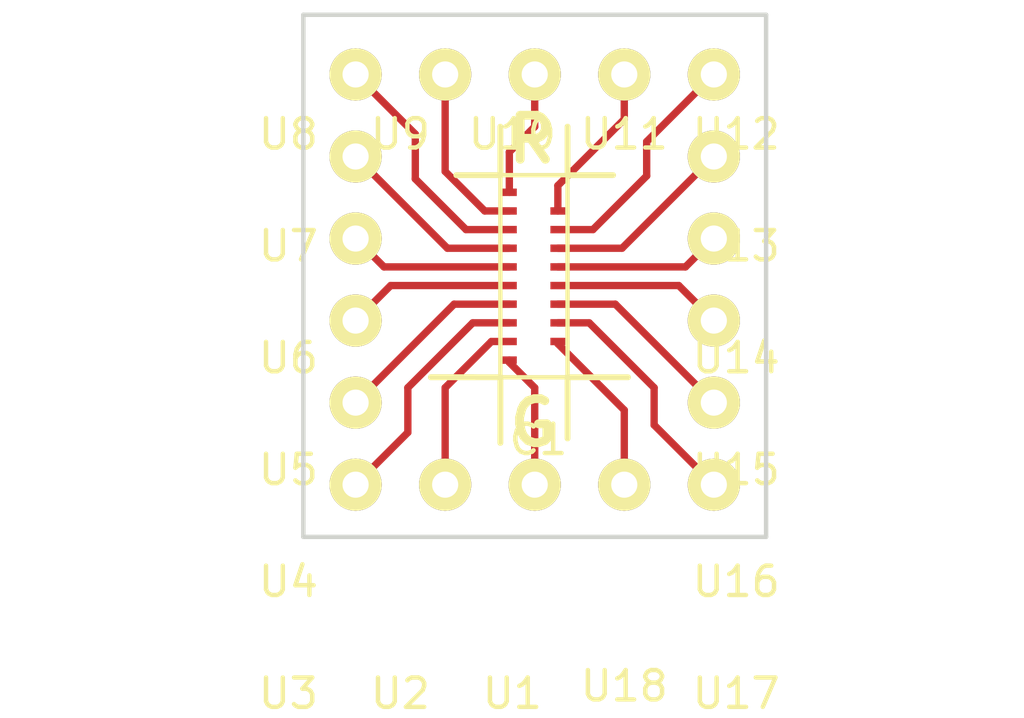
<source format=kicad_pcb>
(kicad_pcb (version 4) (host pcbnew 4.0.2-stable)

  (general
    (links 18)
    (no_connects 0)
    (area 129.734523 94.8 164.905478 119.593)
    (thickness 1.6)
    (drawings 15)
    (tracks 50)
    (zones 0)
    (modules 19)
    (nets 19)
  )

  (page A4)
  (layers
    (0 F.Cu signal)
    (31 B.Cu signal)
    (32 B.Adhes user)
    (33 F.Adhes user)
    (34 B.Paste user)
    (35 F.Paste user)
    (36 B.SilkS user)
    (37 F.SilkS user)
    (38 B.Mask user)
    (39 F.Mask user)
    (40 Dwgs.User user)
    (41 Cmts.User user)
    (42 Eco1.User user)
    (43 Eco2.User user)
    (44 Edge.Cuts user)
    (45 Margin user)
    (46 B.CrtYd user)
    (47 F.CrtYd user)
    (48 B.Fab user)
    (49 F.Fab user)
  )

  (setup
    (last_trace_width 0.25)
    (trace_clearance 0.2)
    (zone_clearance 0.508)
    (zone_45_only no)
    (trace_min 0.2)
    (segment_width 0.2)
    (edge_width 0.15)
    (via_size 0.6)
    (via_drill 0.4)
    (via_min_size 0.4)
    (via_min_drill 0.3)
    (uvia_size 0.3)
    (uvia_drill 0.1)
    (uvias_allowed no)
    (uvia_min_size 0.2)
    (uvia_min_drill 0.1)
    (pcb_text_width 0.3)
    (pcb_text_size 1.5 1.5)
    (mod_edge_width 0.15)
    (mod_text_size 1 1)
    (mod_text_width 0.15)
    (pad_size 1.778 1.778)
    (pad_drill 0.889)
    (pad_to_mask_clearance 0.127)
    (aux_axis_origin 0 0)
    (visible_elements FFFFFF1F)
    (pcbplotparams
      (layerselection 0x00030_80000001)
      (usegerberextensions false)
      (excludeedgelayer true)
      (linewidth 0.100000)
      (plotframeref false)
      (viasonmask false)
      (mode 1)
      (useauxorigin false)
      (hpglpennumber 1)
      (hpglpenspeed 20)
      (hpglpendiameter 15)
      (hpglpenoverlay 2)
      (psnegative false)
      (psa4output false)
      (plotreference true)
      (plotvalue true)
      (plotinvisibletext false)
      (padsonsilk false)
      (subtractmaskfromsilk false)
      (outputformat 1)
      (mirror false)
      (drillshape 1)
      (scaleselection 1)
      (outputdirectory ""))
  )

  (net 0 "")
  (net 1 "Net-(C1-Pad1)")
  (net 2 "Net-(C1-Pad2)")
  (net 3 "Net-(C1-Pad3)")
  (net 4 "Net-(C1-Pad4)")
  (net 5 "Net-(C1-Pad5)")
  (net 6 "Net-(C1-Pad6)")
  (net 7 "Net-(C1-Pad7)")
  (net 8 "Net-(C1-Pad8)")
  (net 9 "Net-(C1-Pad9)")
  (net 10 "Net-(C1-Pad10)")
  (net 11 "Net-(C1-Pad11)")
  (net 12 "Net-(C1-Pad12)")
  (net 13 "Net-(C1-Pad13)")
  (net 14 "Net-(C1-Pad14)")
  (net 15 "Net-(C1-Pad15)")
  (net 16 "Net-(C1-Pad16)")
  (net 17 "Net-(C1-Pad17)")
  (net 18 "Net-(C1-Pad18)")

  (net_class Default "This is the default net class."
    (clearance 0.2)
    (trace_width 0.25)
    (via_dia 0.6)
    (via_drill 0.4)
    (uvia_dia 0.3)
    (uvia_drill 0.1)
    (add_net "Net-(C1-Pad1)")
    (add_net "Net-(C1-Pad10)")
    (add_net "Net-(C1-Pad11)")
    (add_net "Net-(C1-Pad12)")
    (add_net "Net-(C1-Pad13)")
    (add_net "Net-(C1-Pad14)")
    (add_net "Net-(C1-Pad15)")
    (add_net "Net-(C1-Pad16)")
    (add_net "Net-(C1-Pad17)")
    (add_net "Net-(C1-Pad18)")
    (add_net "Net-(C1-Pad2)")
    (add_net "Net-(C1-Pad3)")
    (add_net "Net-(C1-Pad4)")
    (add_net "Net-(C1-Pad5)")
    (add_net "Net-(C1-Pad6)")
    (add_net "Net-(C1-Pad7)")
    (add_net "Net-(C1-Pad8)")
    (add_net "Net-(C1-Pad9)")
  )

  (module ugly:a79042 (layer F.Cu) (tedit 578D28A8) (tstamp 578D3D91)
    (at 148.082 104.394)
    (descr "omnetics a79042")
    (tags "omnetics a79042")
    (path /578D3135)
    (fp_text reference C1 (at 0.127 5.58) (layer F.SilkS)
      (effects (font (size 1 1) (thickness 0.15)))
    )
    (fp_text value omnetics_a79042 (at 0.127 4.58) (layer F.Fab)
      (effects (font (size 1 1) (thickness 0.15)))
    )
    (fp_line (start -1.1684 3.4544) (end 1.1176 3.4544) (layer F.SilkS) (width 0.15))
    (fp_line (start -1.1684 -3.429) (end 1.1176 -3.429) (layer F.SilkS) (width 0.15))
    (fp_line (start 1.1176 -3.429) (end 1.1176 3.429) (layer F.SilkS) (width 0.15))
    (fp_line (start -1.1684 -3.429) (end -1.1684 3.429) (layer F.SilkS) (width 0.15))
    (pad 1 smd rect (at -0.8636 2.8702) (size 0.508 0.254) (layers F.Cu F.Paste F.Mask)
      (net 1 "Net-(C1-Pad1)"))
    (pad 2 smd rect (at -0.8636 2.2352) (size 0.508 0.254) (layers F.Cu F.Paste F.Mask)
      (net 2 "Net-(C1-Pad2)"))
    (pad 3 smd rect (at -0.8636 1.6002) (size 0.508 0.254) (layers F.Cu F.Paste F.Mask)
      (net 3 "Net-(C1-Pad3)"))
    (pad 4 smd rect (at -0.8636 0.9652) (size 0.508 0.254) (layers F.Cu F.Paste F.Mask)
      (net 4 "Net-(C1-Pad4)"))
    (pad 5 smd rect (at -0.8636 0.3302) (size 0.508 0.254) (layers F.Cu F.Paste F.Mask)
      (net 5 "Net-(C1-Pad5)"))
    (pad 6 smd rect (at -0.8636 -0.3048) (size 0.508 0.254) (layers F.Cu F.Paste F.Mask)
      (net 6 "Net-(C1-Pad6)"))
    (pad 7 smd rect (at -0.8636 -0.9398) (size 0.508 0.254) (layers F.Cu F.Paste F.Mask)
      (net 7 "Net-(C1-Pad7)"))
    (pad 8 smd rect (at -0.8636 -1.5748) (size 0.508 0.254) (layers F.Cu F.Paste F.Mask)
      (net 8 "Net-(C1-Pad8)"))
    (pad 9 smd rect (at -0.8636 -2.2098) (size 0.508 0.254) (layers F.Cu F.Paste F.Mask)
      (net 9 "Net-(C1-Pad9)"))
    (pad 10 smd rect (at -0.8636 -2.8448) (size 0.508 0.254) (layers F.Cu F.Paste F.Mask)
      (net 10 "Net-(C1-Pad10)"))
    (pad 11 smd rect (at 0.7874 -2.2098) (size 0.508 0.254) (layers F.Cu F.Paste F.Mask)
      (net 11 "Net-(C1-Pad11)"))
    (pad 12 smd rect (at 0.7874 -1.5748) (size 0.508 0.254) (layers F.Cu F.Paste F.Mask)
      (net 12 "Net-(C1-Pad12)"))
    (pad 13 smd rect (at 0.7874 -0.9398) (size 0.508 0.254) (layers F.Cu F.Paste F.Mask)
      (net 13 "Net-(C1-Pad13)"))
    (pad 14 smd rect (at 0.7874 -0.3048) (size 0.508 0.254) (layers F.Cu F.Paste F.Mask)
      (net 14 "Net-(C1-Pad14)"))
    (pad 15 smd rect (at 0.7874 0.3302) (size 0.508 0.254) (layers F.Cu F.Paste F.Mask)
      (net 15 "Net-(C1-Pad15)"))
    (pad 16 smd rect (at 0.7874 0.9652) (size 0.508 0.254) (layers F.Cu F.Paste F.Mask)
      (net 16 "Net-(C1-Pad16)"))
    (pad 17 smd rect (at 0.7874 1.6002) (size 0.508 0.254) (layers F.Cu F.Paste F.Mask)
      (net 17 "Net-(C1-Pad17)"))
    (pad 18 smd rect (at 0.7874 2.2352) (size 0.508 0.254) (layers F.Cu F.Paste F.Mask)
      (net 18 "Net-(C1-Pad18)"))
  )

  (module ugly:35_mil_though-hole_pad (layer F.Cu) (tedit 578D4798) (tstamp 578D3D96)
    (at 147.32 114.3)
    (path /578D3A00)
    (fp_text reference U1 (at 0 4.318) (layer F.SilkS)
      (effects (font (size 1 1) (thickness 0.15)))
    )
    (fp_text value 35_mil_through-hole_pad (at 0 2.286) (layer F.Fab)
      (effects (font (size 1 1) (thickness 0.15)))
    )
    (pad 1 thru_hole circle (at 0.762 -2.794) (size 1.778 1.778) (drill 0.889) (layers *.Cu *.Mask F.SilkS)
      (net 1 "Net-(C1-Pad1)"))
  )

  (module ugly:35_mil_though-hole_pad (layer F.Cu) (tedit 578D4727) (tstamp 578D3D9B)
    (at 143.51 114.3)
    (path /578D3A37)
    (fp_text reference U2 (at 0 4.318) (layer F.SilkS)
      (effects (font (size 1 1) (thickness 0.15)))
    )
    (fp_text value 35_mil_through-hole_pad (at 0 2.286) (layer F.Fab)
      (effects (font (size 1 1) (thickness 0.15)))
    )
    (pad 1 thru_hole circle (at 1.524 -2.794) (size 1.778 1.778) (drill 0.889) (layers *.Cu *.Mask F.SilkS)
      (net 2 "Net-(C1-Pad2)"))
  )

  (module ugly:35_mil_though-hole_pad (layer F.Cu) (tedit 578D4723) (tstamp 578D3DA0)
    (at 139.7 114.3)
    (path /578D3A5E)
    (fp_text reference U3 (at 0 4.318) (layer F.SilkS)
      (effects (font (size 1 1) (thickness 0.15)))
    )
    (fp_text value 35_mil_through-hole_pad (at 0 2.286) (layer F.Fab)
      (effects (font (size 1 1) (thickness 0.15)))
    )
    (pad 1 thru_hole circle (at 2.286 -2.794) (size 1.778 1.778) (drill 0.889) (layers *.Cu *.Mask F.SilkS)
      (net 3 "Net-(C1-Pad3)"))
  )

  (module ugly:35_mil_though-hole_pad (layer F.Cu) (tedit 578D465D) (tstamp 578D3DA5)
    (at 139.7 110.49)
    (path /578D3A7F)
    (fp_text reference U4 (at 0 4.318) (layer F.SilkS)
      (effects (font (size 1 1) (thickness 0.15)))
    )
    (fp_text value 35_mil_through-hole_pad (at 0 2.286) (layer F.Fab)
      (effects (font (size 1 1) (thickness 0.15)))
    )
    (pad 1 thru_hole circle (at 2.286 -1.778) (size 1.778 1.778) (drill 0.889) (layers *.Cu *.Mask F.SilkS)
      (net 4 "Net-(C1-Pad4)"))
  )

  (module ugly:35_mil_though-hole_pad (layer F.Cu) (tedit 578D463A) (tstamp 578D3DAA)
    (at 139.7 106.68)
    (path /578D3AA4)
    (fp_text reference U5 (at 0 4.318) (layer F.SilkS)
      (effects (font (size 1 1) (thickness 0.15)))
    )
    (fp_text value 35_mil_through-hole_pad (at 0 2.286) (layer F.Fab)
      (effects (font (size 1 1) (thickness 0.15)))
    )
    (pad 1 thru_hole circle (at 2.286 -0.762) (size 1.778 1.778) (drill 0.889) (layers *.Cu *.Mask F.SilkS)
      (net 5 "Net-(C1-Pad5)"))
  )

  (module ugly:35_mil_though-hole_pad (layer F.Cu) (tedit 578D4646) (tstamp 578D3DAF)
    (at 139.7 102.87)
    (path /578D3AC9)
    (fp_text reference U6 (at 0 4.318) (layer F.SilkS)
      (effects (font (size 1 1) (thickness 0.15)))
    )
    (fp_text value 35_mil_through-hole_pad (at 0 2.286) (layer F.Fab)
      (effects (font (size 1 1) (thickness 0.15)))
    )
    (pad 1 thru_hole circle (at 2.286 0.254) (size 1.778 1.778) (drill 0.889) (layers *.Cu *.Mask F.SilkS)
      (net 6 "Net-(C1-Pad6)"))
  )

  (module ugly:35_mil_though-hole_pad (layer F.Cu) (tedit 578D464F) (tstamp 578D3DB4)
    (at 139.7 99.06)
    (path /578D3AEE)
    (fp_text reference U7 (at 0 4.318) (layer F.SilkS)
      (effects (font (size 1 1) (thickness 0.15)))
    )
    (fp_text value 35_mil_through-hole_pad (at 0 2.286) (layer F.Fab)
      (effects (font (size 1 1) (thickness 0.15)))
    )
    (pad 1 thru_hole circle (at 2.286 1.27) (size 1.778 1.778) (drill 0.889) (layers *.Cu *.Mask F.SilkS)
      (net 7 "Net-(C1-Pad7)"))
  )

  (module ugly:35_mil_though-hole_pad (layer F.Cu) (tedit 578D4656) (tstamp 578D3DB9)
    (at 139.7 95.25)
    (path /578D3B19)
    (fp_text reference U8 (at 0 4.318) (layer F.SilkS)
      (effects (font (size 1 1) (thickness 0.15)))
    )
    (fp_text value 35_mil_through-hole_pad (at 0 2.286) (layer F.Fab)
      (effects (font (size 1 1) (thickness 0.15)))
    )
    (pad 1 thru_hole circle (at 2.286 2.286) (size 1.778 1.778) (drill 0.889) (layers *.Cu *.Mask F.SilkS)
      (net 8 "Net-(C1-Pad8)"))
  )

  (module ugly:35_mil_though-hole_pad (layer F.Cu) (tedit 578D4700) (tstamp 578D3DBE)
    (at 143.51 95.25)
    (path /578D3B46)
    (fp_text reference U9 (at 0 4.318) (layer F.SilkS)
      (effects (font (size 1 1) (thickness 0.15)))
    )
    (fp_text value 35_mil_through-hole_pad (at 0 2.286) (layer F.Fab)
      (effects (font (size 1 1) (thickness 0.15)))
    )
    (pad 1 thru_hole circle (at 1.524 2.286) (size 1.778 1.778) (drill 0.889) (layers *.Cu *.Mask F.SilkS)
      (net 9 "Net-(C1-Pad9)"))
  )

  (module ugly:35_mil_though-hole_pad (layer F.Cu) (tedit 578D4748) (tstamp 578D3DC3)
    (at 147.32 95.25)
    (path /578D3B81)
    (fp_text reference U10 (at 0 4.318) (layer F.SilkS)
      (effects (font (size 1 1) (thickness 0.15)))
    )
    (fp_text value 35_mil_through-hole_pad (at 0 2.286) (layer F.Fab)
      (effects (font (size 1 1) (thickness 0.15)))
    )
    (pad 1 thru_hole circle (at 0.762 2.286) (size 1.778 1.778) (drill 0.889) (layers *.Cu *.Mask F.SilkS)
      (net 10 "Net-(C1-Pad10)"))
  )

  (module ugly:35_mil_though-hole_pad (layer F.Cu) (tedit 578D4743) (tstamp 578D3DC8)
    (at 151.13 95.25)
    (path /578D3BC6)
    (fp_text reference U11 (at 0 4.318) (layer F.SilkS)
      (effects (font (size 1 1) (thickness 0.15)))
    )
    (fp_text value 35_mil_through-hole_pad (at 0 2.286) (layer F.Fab)
      (effects (font (size 1 1) (thickness 0.15)))
    )
    (pad 1 thru_hole circle (at 0 2.286) (size 1.778 1.778) (drill 0.889) (layers *.Cu *.Mask F.SilkS)
      (net 11 "Net-(C1-Pad11)"))
  )

  (module ugly:35_mil_though-hole_pad (layer F.Cu) (tedit 578D475E) (tstamp 578D3DCD)
    (at 154.94 95.25)
    (path /578D3BFD)
    (fp_text reference U12 (at 0 4.318) (layer F.SilkS)
      (effects (font (size 1 1) (thickness 0.15)))
    )
    (fp_text value 35_mil_through-hole_pad (at 0 2.286) (layer F.Fab)
      (effects (font (size 1 1) (thickness 0.15)))
    )
    (pad 1 thru_hole circle (at -0.762 2.286) (size 1.778 1.778) (drill 0.889) (layers *.Cu *.Mask F.SilkS)
      (net 12 "Net-(C1-Pad12)"))
  )

  (module ugly:35_mil_though-hole_pad (layer F.Cu) (tedit 578D4771) (tstamp 578D3DD2)
    (at 154.94 99.06)
    (path /578D3C3B)
    (fp_text reference U13 (at 0 4.318) (layer F.SilkS)
      (effects (font (size 1 1) (thickness 0.15)))
    )
    (fp_text value 35_mil_through-hole_pad (at 0 2.286) (layer F.Fab)
      (effects (font (size 1 1) (thickness 0.15)))
    )
    (pad 1 thru_hole circle (at -0.762 1.27) (size 1.778 1.778) (drill 0.889) (layers *.Cu *.Mask F.SilkS)
      (net 13 "Net-(C1-Pad13)"))
  )

  (module ugly:35_mil_though-hole_pad (layer F.Cu) (tedit 578D4775) (tstamp 578D3DD7)
    (at 154.94 102.87)
    (path /578D3C6C)
    (fp_text reference U14 (at 0 4.318) (layer F.SilkS)
      (effects (font (size 1 1) (thickness 0.15)))
    )
    (fp_text value 35_mil_through-hole_pad (at 0 2.286) (layer F.Fab)
      (effects (font (size 1 1) (thickness 0.15)))
    )
    (pad 1 thru_hole circle (at -0.762 0.254) (size 1.778 1.778) (drill 0.889) (layers *.Cu *.Mask F.SilkS)
      (net 14 "Net-(C1-Pad14)"))
  )

  (module ugly:35_mil_though-hole_pad (layer F.Cu) (tedit 578D477E) (tstamp 578D3DDC)
    (at 154.94 106.68)
    (path /578D3C9F)
    (fp_text reference U15 (at 0 4.318) (layer F.SilkS)
      (effects (font (size 1 1) (thickness 0.15)))
    )
    (fp_text value 35_mil_through-hole_pad (at 0 2.286) (layer F.Fab)
      (effects (font (size 1 1) (thickness 0.15)))
    )
    (pad 1 thru_hole circle (at -0.762 -0.762) (size 1.778 1.778) (drill 0.889) (layers *.Cu *.Mask F.SilkS)
      (net 15 "Net-(C1-Pad15)"))
  )

  (module ugly:35_mil_though-hole_pad (layer F.Cu) (tedit 578D4782) (tstamp 578D3DE1)
    (at 154.94 110.49)
    (path /578D3CE4)
    (fp_text reference U16 (at 0 4.318) (layer F.SilkS)
      (effects (font (size 1 1) (thickness 0.15)))
    )
    (fp_text value 35_mil_through-hole_pad (at 0 2.286) (layer F.Fab)
      (effects (font (size 1 1) (thickness 0.15)))
    )
    (pad 1 thru_hole circle (at -0.762 -1.778) (size 1.778 1.778) (drill 0.889) (layers *.Cu *.Mask F.SilkS)
      (net 16 "Net-(C1-Pad16)"))
  )

  (module ugly:35_mil_though-hole_pad (layer F.Cu) (tedit 578D47A3) (tstamp 578D3DE6)
    (at 154.94 114.3)
    (path /578D3D25)
    (fp_text reference U17 (at 0 4.318) (layer F.SilkS)
      (effects (font (size 1 1) (thickness 0.15)))
    )
    (fp_text value 35_mil_through-hole_pad (at 0 2.286) (layer F.Fab)
      (effects (font (size 1 1) (thickness 0.15)))
    )
    (pad 1 thru_hole circle (at -0.762 -2.794) (size 1.778 1.778) (drill 0.889) (layers *.Cu *.Mask F.SilkS)
      (net 17 "Net-(C1-Pad17)"))
  )

  (module ugly:35_mil_though-hole_pad (layer F.Cu) (tedit 578D479F) (tstamp 578D3DEB)
    (at 151.13 114.046)
    (path /578D3D5E)
    (fp_text reference U18 (at 0 4.318) (layer F.SilkS)
      (effects (font (size 1 1) (thickness 0.15)))
    )
    (fp_text value 35_mil_through-hole_pad (at 0 2.286) (layer F.Fab)
      (effects (font (size 1 1) (thickness 0.15)))
    )
    (pad 1 thru_hole circle (at 0 -2.54) (size 1.778 1.778) (drill 0.889) (layers *.Cu *.Mask F.SilkS)
      (net 18 "Net-(C1-Pad18)"))
  )

  (gr_line (start 146.9136 107.8484) (end 146.9136 110.0836) (angle 90) (layer F.SilkS) (width 0.2))
  (gr_line (start 144.5514 107.8484) (end 146.0246 107.8484) (angle 90) (layer F.SilkS) (width 0.2))
  (gr_line (start 146.939 107.8484) (end 144.5514 107.8484) (angle 90) (layer F.SilkS) (width 0.2))
  (gr_line (start 149.1996 107.8484) (end 151.257 107.8484) (angle 90) (layer F.SilkS) (width 0.2))
  (gr_line (start 149.1996 107.823) (end 149.1996 109.9312) (angle 90) (layer F.SilkS) (width 0.2))
  (gr_line (start 146.939 100.965) (end 145.415 100.965) (angle 90) (layer F.SilkS) (width 0.2))
  (gr_line (start 146.9136 99.314) (end 146.9136 100.965) (angle 90) (layer F.SilkS) (width 0.2))
  (gr_line (start 149.225 100.965) (end 150.749 100.965) (angle 90) (layer F.SilkS) (width 0.2))
  (gr_line (start 149.1996 99.314) (end 149.1996 100.965) (angle 90) (layer F.SilkS) (width 0.2))
  (gr_line (start 140.208 113.284) (end 140.208 95.504) (angle 90) (layer Edge.Cuts) (width 0.15))
  (gr_line (start 155.956 113.284) (end 140.208 113.284) (angle 90) (layer Edge.Cuts) (width 0.15))
  (gr_line (start 155.956 95.504) (end 155.956 113.284) (angle 90) (layer Edge.Cuts) (width 0.15))
  (gr_line (start 140.208 95.504) (end 155.956 95.504) (angle 90) (layer Edge.Cuts) (width 0.15))
  (gr_text G (at 148.0312 109.3978) (layer F.SilkS)
    (effects (font (size 1.5 1.5) (thickness 0.3)))
  )
  (gr_text R (at 147.9804 99.7458) (layer F.SilkS)
    (effects (font (size 1.5 1.5) (thickness 0.3)))
  )

  (segment (start 147.2184 107.2642) (end 147.2184 107.3404) (width 0.25) (layer F.Cu) (net 1))
  (segment (start 147.2184 107.3404) (end 148.082 108.204) (width 0.25) (layer F.Cu) (net 1) (tstamp 578D47ED))
  (segment (start 148.082 108.204) (end 148.082 111.506) (width 0.25) (layer F.Cu) (net 1) (tstamp 578D47F1))
  (segment (start 147.2184 106.6292) (end 146.6088 106.6292) (width 0.25) (layer F.Cu) (net 2))
  (segment (start 145.034 108.204) (end 145.034 111.506) (width 0.25) (layer F.Cu) (net 2) (tstamp 578D488D))
  (segment (start 146.6088 106.6292) (end 145.034 108.204) (width 0.25) (layer F.Cu) (net 2) (tstamp 578D4887))
  (segment (start 147.2184 105.9942) (end 145.9738 105.9942) (width 0.25) (layer F.Cu) (net 3))
  (segment (start 143.764 109.728) (end 141.986 111.506) (width 0.25) (layer F.Cu) (net 3) (tstamp 578D4883))
  (segment (start 143.764 108.204) (end 143.764 109.728) (width 0.25) (layer F.Cu) (net 3) (tstamp 578D487F))
  (segment (start 145.9738 105.9942) (end 143.764 108.204) (width 0.25) (layer F.Cu) (net 3) (tstamp 578D487E))
  (segment (start 147.2184 105.3592) (end 145.3388 105.3592) (width 0.25) (layer F.Cu) (net 4))
  (segment (start 145.3388 105.3592) (end 141.986 108.712) (width 0.25) (layer F.Cu) (net 4) (tstamp 578D4877))
  (segment (start 147.2184 104.7242) (end 143.1798 104.7242) (width 0.25) (layer F.Cu) (net 5))
  (segment (start 143.1798 104.7242) (end 141.986 105.918) (width 0.25) (layer F.Cu) (net 5) (tstamp 578D47F9))
  (segment (start 147.2184 104.0892) (end 142.9512 104.0892) (width 0.25) (layer F.Cu) (net 6))
  (segment (start 142.9512 104.0892) (end 141.986 103.124) (width 0.25) (layer F.Cu) (net 6) (tstamp 578D47F5))
  (segment (start 147.2184 103.4542) (end 145.1102 103.4542) (width 0.25) (layer F.Cu) (net 7))
  (segment (start 145.1102 103.4542) (end 141.986 100.33) (width 0.25) (layer F.Cu) (net 7) (tstamp 578D4852))
  (segment (start 147.2184 102.8192) (end 145.7452 102.8192) (width 0.25) (layer F.Cu) (net 8))
  (segment (start 144.018 99.568) (end 141.986 97.536) (width 0.25) (layer F.Cu) (net 8) (tstamp 578D4868))
  (segment (start 144.018 101.092) (end 144.018 99.568) (width 0.25) (layer F.Cu) (net 8) (tstamp 578D4866))
  (segment (start 145.7452 102.8192) (end 144.018 101.092) (width 0.25) (layer F.Cu) (net 8) (tstamp 578D4865))
  (segment (start 147.2184 102.1842) (end 146.3802 102.1842) (width 0.25) (layer F.Cu) (net 9))
  (segment (start 145.034 100.838) (end 145.034 97.536) (width 0.25) (layer F.Cu) (net 9) (tstamp 578D486D))
  (segment (start 146.3802 102.1842) (end 145.034 100.838) (width 0.25) (layer F.Cu) (net 9) (tstamp 578D486C))
  (segment (start 147.2184 101.5492) (end 147.2184 100.1776) (width 0.25) (layer F.Cu) (net 10))
  (segment (start 148.082 99.314) (end 148.082 97.536) (width 0.25) (layer F.Cu) (net 10) (tstamp 578D47E7))
  (segment (start 147.2184 100.1776) (end 148.082 99.314) (width 0.25) (layer F.Cu) (net 10) (tstamp 578D47E5))
  (segment (start 148.8694 102.1842) (end 148.8694 101.3206) (width 0.25) (layer F.Cu) (net 11))
  (segment (start 151.13 99.06) (end 151.13 97.536) (width 0.25) (layer F.Cu) (net 11) (tstamp 578D481F))
  (segment (start 148.8694 101.3206) (end 151.13 99.06) (width 0.25) (layer F.Cu) (net 11) (tstamp 578D481C))
  (segment (start 148.8694 102.8192) (end 150.0632 102.8192) (width 0.25) (layer F.Cu) (net 12))
  (segment (start 151.892 99.822) (end 154.178 97.536) (width 0.25) (layer F.Cu) (net 12) (tstamp 578D4836))
  (segment (start 151.892 100.9904) (end 151.892 99.822) (width 0.25) (layer F.Cu) (net 12) (tstamp 578D4834))
  (segment (start 150.0632 102.8192) (end 151.892 100.9904) (width 0.25) (layer F.Cu) (net 12) (tstamp 578D4832))
  (segment (start 148.8694 103.4542) (end 151.0538 103.4542) (width 0.25) (layer F.Cu) (net 13))
  (segment (start 151.0538 103.4542) (end 154.178 100.33) (width 0.25) (layer F.Cu) (net 13) (tstamp 578D480A))
  (segment (start 148.8694 104.0892) (end 153.2128 104.0892) (width 0.25) (layer F.Cu) (net 14))
  (segment (start 153.2128 104.0892) (end 154.178 103.124) (width 0.25) (layer F.Cu) (net 14) (tstamp 578D4801))
  (segment (start 148.8694 104.7242) (end 152.9842 104.7242) (width 0.25) (layer F.Cu) (net 15))
  (segment (start 152.9842 104.7242) (end 154.178 105.918) (width 0.25) (layer F.Cu) (net 15) (tstamp 578D47FD))
  (segment (start 148.8694 105.3592) (end 150.8252 105.3592) (width 0.25) (layer F.Cu) (net 16))
  (segment (start 150.8252 105.3592) (end 154.178 108.712) (width 0.25) (layer F.Cu) (net 16) (tstamp 578D483D))
  (segment (start 148.8694 105.9942) (end 149.9362 105.9942) (width 0.25) (layer F.Cu) (net 17))
  (segment (start 152.146 109.474) (end 154.178 111.506) (width 0.25) (layer F.Cu) (net 17) (tstamp 578D4847))
  (segment (start 152.146 108.204) (end 152.146 109.474) (width 0.25) (layer F.Cu) (net 17) (tstamp 578D4844))
  (segment (start 149.9362 105.9942) (end 152.146 108.204) (width 0.25) (layer F.Cu) (net 17) (tstamp 578D4841))
  (segment (start 148.8694 106.6292) (end 148.8694 106.7054) (width 0.25) (layer F.Cu) (net 18))
  (segment (start 148.8694 106.7054) (end 151.13 108.966) (width 0.25) (layer F.Cu) (net 18) (tstamp 578D484B))
  (segment (start 151.13 108.966) (end 151.13 111.506) (width 0.25) (layer F.Cu) (net 18) (tstamp 578D484D))

)

</source>
